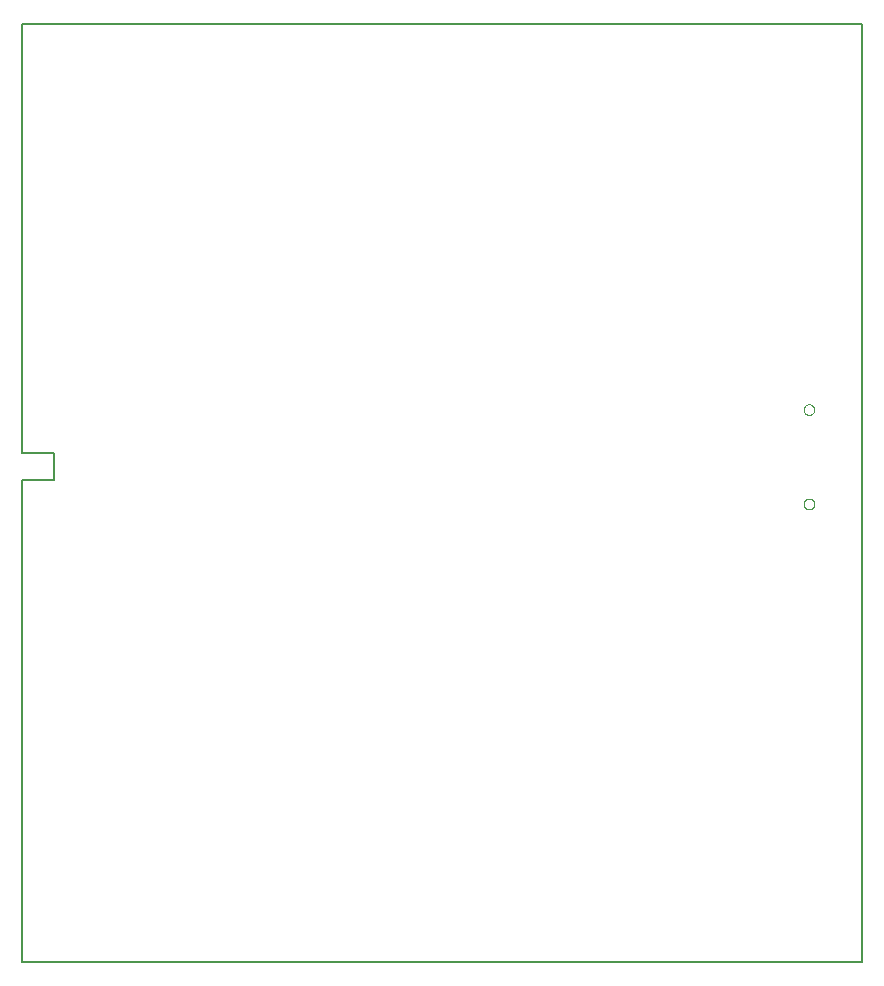
<source format=gbo>
G75*
%MOIN*%
%OFA0B0*%
%FSLAX25Y25*%
%IPPOS*%
%LPD*%
%AMOC8*
5,1,8,0,0,1.08239X$1,22.5*
%
%ADD10C,0.00600*%
%ADD11C,0.00000*%
D10*
X0011353Y0001400D02*
X0011353Y0161900D01*
X0022103Y0161900D01*
X0022103Y0170900D01*
X0011353Y0170900D01*
X0011353Y0313900D01*
X0291353Y0313900D01*
X0291353Y0001400D01*
X0011353Y0001400D01*
D11*
X0011404Y0127817D02*
X0011404Y0161872D01*
X0022034Y0161872D01*
X0022034Y0170928D01*
X0011404Y0170928D01*
X0011404Y0186872D01*
X0271920Y0185408D02*
X0271922Y0185492D01*
X0271928Y0185575D01*
X0271938Y0185658D01*
X0271952Y0185741D01*
X0271969Y0185823D01*
X0271991Y0185904D01*
X0272016Y0185983D01*
X0272045Y0186062D01*
X0272078Y0186139D01*
X0272114Y0186214D01*
X0272154Y0186288D01*
X0272197Y0186360D01*
X0272244Y0186429D01*
X0272294Y0186496D01*
X0272347Y0186561D01*
X0272403Y0186623D01*
X0272461Y0186683D01*
X0272523Y0186740D01*
X0272587Y0186793D01*
X0272654Y0186844D01*
X0272723Y0186891D01*
X0272794Y0186936D01*
X0272867Y0186976D01*
X0272942Y0187013D01*
X0273019Y0187047D01*
X0273097Y0187077D01*
X0273176Y0187103D01*
X0273257Y0187126D01*
X0273339Y0187144D01*
X0273421Y0187159D01*
X0273504Y0187170D01*
X0273587Y0187177D01*
X0273671Y0187180D01*
X0273755Y0187179D01*
X0273838Y0187174D01*
X0273922Y0187165D01*
X0274004Y0187152D01*
X0274086Y0187136D01*
X0274167Y0187115D01*
X0274248Y0187091D01*
X0274326Y0187063D01*
X0274404Y0187031D01*
X0274480Y0186995D01*
X0274554Y0186956D01*
X0274626Y0186914D01*
X0274696Y0186868D01*
X0274764Y0186819D01*
X0274829Y0186767D01*
X0274892Y0186712D01*
X0274952Y0186654D01*
X0275010Y0186593D01*
X0275064Y0186529D01*
X0275116Y0186463D01*
X0275164Y0186395D01*
X0275209Y0186324D01*
X0275250Y0186251D01*
X0275289Y0186177D01*
X0275323Y0186101D01*
X0275354Y0186023D01*
X0275381Y0185944D01*
X0275405Y0185863D01*
X0275424Y0185782D01*
X0275440Y0185700D01*
X0275452Y0185617D01*
X0275460Y0185533D01*
X0275464Y0185450D01*
X0275464Y0185366D01*
X0275460Y0185283D01*
X0275452Y0185199D01*
X0275440Y0185116D01*
X0275424Y0185034D01*
X0275405Y0184953D01*
X0275381Y0184872D01*
X0275354Y0184793D01*
X0275323Y0184715D01*
X0275289Y0184639D01*
X0275250Y0184565D01*
X0275209Y0184492D01*
X0275164Y0184421D01*
X0275116Y0184353D01*
X0275064Y0184287D01*
X0275010Y0184223D01*
X0274952Y0184162D01*
X0274892Y0184104D01*
X0274829Y0184049D01*
X0274764Y0183997D01*
X0274696Y0183948D01*
X0274626Y0183902D01*
X0274554Y0183860D01*
X0274480Y0183821D01*
X0274404Y0183785D01*
X0274326Y0183753D01*
X0274248Y0183725D01*
X0274167Y0183701D01*
X0274086Y0183680D01*
X0274004Y0183664D01*
X0273922Y0183651D01*
X0273838Y0183642D01*
X0273755Y0183637D01*
X0273671Y0183636D01*
X0273587Y0183639D01*
X0273504Y0183646D01*
X0273421Y0183657D01*
X0273339Y0183672D01*
X0273257Y0183690D01*
X0273176Y0183713D01*
X0273097Y0183739D01*
X0273019Y0183769D01*
X0272942Y0183803D01*
X0272867Y0183840D01*
X0272794Y0183880D01*
X0272723Y0183925D01*
X0272654Y0183972D01*
X0272587Y0184023D01*
X0272523Y0184076D01*
X0272461Y0184133D01*
X0272403Y0184193D01*
X0272347Y0184255D01*
X0272294Y0184320D01*
X0272244Y0184387D01*
X0272197Y0184456D01*
X0272154Y0184528D01*
X0272114Y0184602D01*
X0272078Y0184677D01*
X0272045Y0184754D01*
X0272016Y0184833D01*
X0271991Y0184912D01*
X0271969Y0184993D01*
X0271952Y0185075D01*
X0271938Y0185158D01*
X0271928Y0185241D01*
X0271922Y0185324D01*
X0271920Y0185408D01*
X0271920Y0153912D02*
X0271922Y0153996D01*
X0271928Y0154079D01*
X0271938Y0154162D01*
X0271952Y0154245D01*
X0271969Y0154327D01*
X0271991Y0154408D01*
X0272016Y0154487D01*
X0272045Y0154566D01*
X0272078Y0154643D01*
X0272114Y0154718D01*
X0272154Y0154792D01*
X0272197Y0154864D01*
X0272244Y0154933D01*
X0272294Y0155000D01*
X0272347Y0155065D01*
X0272403Y0155127D01*
X0272461Y0155187D01*
X0272523Y0155244D01*
X0272587Y0155297D01*
X0272654Y0155348D01*
X0272723Y0155395D01*
X0272794Y0155440D01*
X0272867Y0155480D01*
X0272942Y0155517D01*
X0273019Y0155551D01*
X0273097Y0155581D01*
X0273176Y0155607D01*
X0273257Y0155630D01*
X0273339Y0155648D01*
X0273421Y0155663D01*
X0273504Y0155674D01*
X0273587Y0155681D01*
X0273671Y0155684D01*
X0273755Y0155683D01*
X0273838Y0155678D01*
X0273922Y0155669D01*
X0274004Y0155656D01*
X0274086Y0155640D01*
X0274167Y0155619D01*
X0274248Y0155595D01*
X0274326Y0155567D01*
X0274404Y0155535D01*
X0274480Y0155499D01*
X0274554Y0155460D01*
X0274626Y0155418D01*
X0274696Y0155372D01*
X0274764Y0155323D01*
X0274829Y0155271D01*
X0274892Y0155216D01*
X0274952Y0155158D01*
X0275010Y0155097D01*
X0275064Y0155033D01*
X0275116Y0154967D01*
X0275164Y0154899D01*
X0275209Y0154828D01*
X0275250Y0154755D01*
X0275289Y0154681D01*
X0275323Y0154605D01*
X0275354Y0154527D01*
X0275381Y0154448D01*
X0275405Y0154367D01*
X0275424Y0154286D01*
X0275440Y0154204D01*
X0275452Y0154121D01*
X0275460Y0154037D01*
X0275464Y0153954D01*
X0275464Y0153870D01*
X0275460Y0153787D01*
X0275452Y0153703D01*
X0275440Y0153620D01*
X0275424Y0153538D01*
X0275405Y0153457D01*
X0275381Y0153376D01*
X0275354Y0153297D01*
X0275323Y0153219D01*
X0275289Y0153143D01*
X0275250Y0153069D01*
X0275209Y0152996D01*
X0275164Y0152925D01*
X0275116Y0152857D01*
X0275064Y0152791D01*
X0275010Y0152727D01*
X0274952Y0152666D01*
X0274892Y0152608D01*
X0274829Y0152553D01*
X0274764Y0152501D01*
X0274696Y0152452D01*
X0274626Y0152406D01*
X0274554Y0152364D01*
X0274480Y0152325D01*
X0274404Y0152289D01*
X0274326Y0152257D01*
X0274248Y0152229D01*
X0274167Y0152205D01*
X0274086Y0152184D01*
X0274004Y0152168D01*
X0273922Y0152155D01*
X0273838Y0152146D01*
X0273755Y0152141D01*
X0273671Y0152140D01*
X0273587Y0152143D01*
X0273504Y0152150D01*
X0273421Y0152161D01*
X0273339Y0152176D01*
X0273257Y0152194D01*
X0273176Y0152217D01*
X0273097Y0152243D01*
X0273019Y0152273D01*
X0272942Y0152307D01*
X0272867Y0152344D01*
X0272794Y0152384D01*
X0272723Y0152429D01*
X0272654Y0152476D01*
X0272587Y0152527D01*
X0272523Y0152580D01*
X0272461Y0152637D01*
X0272403Y0152697D01*
X0272347Y0152759D01*
X0272294Y0152824D01*
X0272244Y0152891D01*
X0272197Y0152960D01*
X0272154Y0153032D01*
X0272114Y0153106D01*
X0272078Y0153181D01*
X0272045Y0153258D01*
X0272016Y0153337D01*
X0271991Y0153416D01*
X0271969Y0153497D01*
X0271952Y0153579D01*
X0271938Y0153662D01*
X0271928Y0153745D01*
X0271922Y0153828D01*
X0271920Y0153912D01*
M02*

</source>
